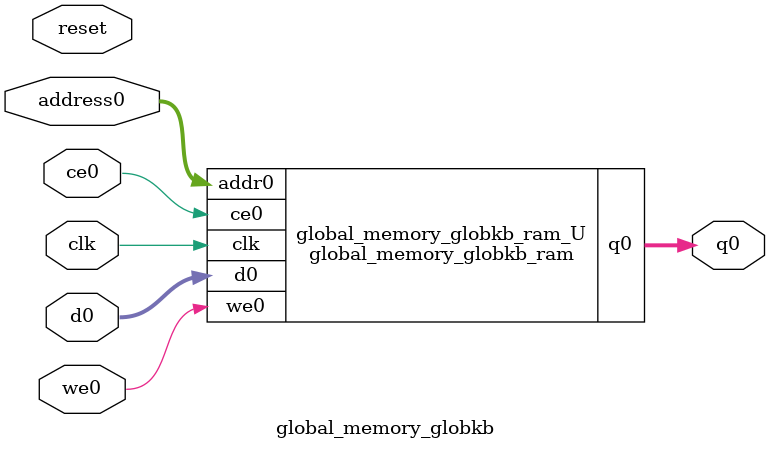
<source format=v>

`timescale 1 ns / 1 ps
module global_memory_globkb_ram (addr0, ce0, d0, we0, q0,  clk);

parameter DWIDTH = 32;
parameter AWIDTH = 10;
parameter MEM_SIZE = 1024;

input[AWIDTH-1:0] addr0;
input ce0;
input[DWIDTH-1:0] d0;
input we0;
output reg[DWIDTH-1:0] q0;
input clk;

(* ram_style = "block" *)reg [DWIDTH-1:0] ram[0:MEM_SIZE-1];




always @(posedge clk)  
begin 
    if (ce0) 
    begin
        if (we0) 
        begin 
            ram[addr0] <= d0; 
            q0 <= d0;
        end 
        else 
            q0 <= ram[addr0];
    end
end


endmodule


`timescale 1 ns / 1 ps
module global_memory_globkb(
    reset,
    clk,
    address0,
    ce0,
    we0,
    d0,
    q0);

parameter DataWidth = 32'd32;
parameter AddressRange = 32'd1024;
parameter AddressWidth = 32'd10;
input reset;
input clk;
input[AddressWidth - 1:0] address0;
input ce0;
input we0;
input[DataWidth - 1:0] d0;
output[DataWidth - 1:0] q0;



global_memory_globkb_ram global_memory_globkb_ram_U(
    .clk( clk ),
    .addr0( address0 ),
    .ce0( ce0 ),
    .d0( d0 ),
    .we0( we0 ),
    .q0( q0 ));

endmodule


</source>
